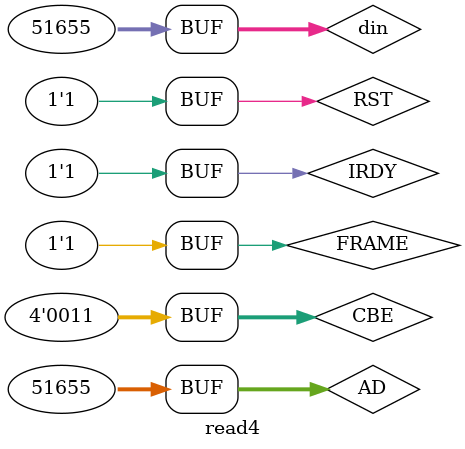
<source format=v>
`timescale 1ns / 1ps


module read4;

	//inout
	wire [31:0] AD;
	assign AD = (IRDY == 1 || cbuffer != 4'b0010 ) ? din:32'bz;


	// Inputs
	reg [3:0] CBE;
	reg FRAME;
	wire TRDY;
	reg IRDY;
	wire DEVSEL;
	reg RST;
	wire CLK;
	reg [31:0] din;	//for write in AD
	
	//SAVE THE COMMAND
	reg [3:0] cbuffer;
	always@(negedge IRDY)
		begin
			cbuffer = CBE;
		end	
		

	// Instantiate the Unit Under Test (UUT)
	PCI_Slave uut (
		.AD(AD),
		.CBE(CBE), 
		.FRAME(FRAME),
		.TRDY(TRDY), 
		.IRDY(IRDY),
		.DEVSEL(DEVSEL),
		.CLK(CLK), 
		.RST(RST)
		/*
		.test(test),
		.i(i)
		*/
	);

	initial begin
		//READ
		RST = 1;
		#50
		RST = 0;
		#50
		RST = 1;
		CBE = 0;
		FRAME = 1;
		IRDY = 1'b1;
		din = 51655;
		#100
		CBE = 4'b0010;
		FRAME = 0;
		IRDY = 1'b1;
		#100
		IRDY = 1'b0;
		#100
		CBE = 4'b1011;
		#200
		CBE = 4'b0011;
		#100
		FRAME = 1;
		#100
		IRDY = 1'b1;
	end
	
	

endmodule


</source>
